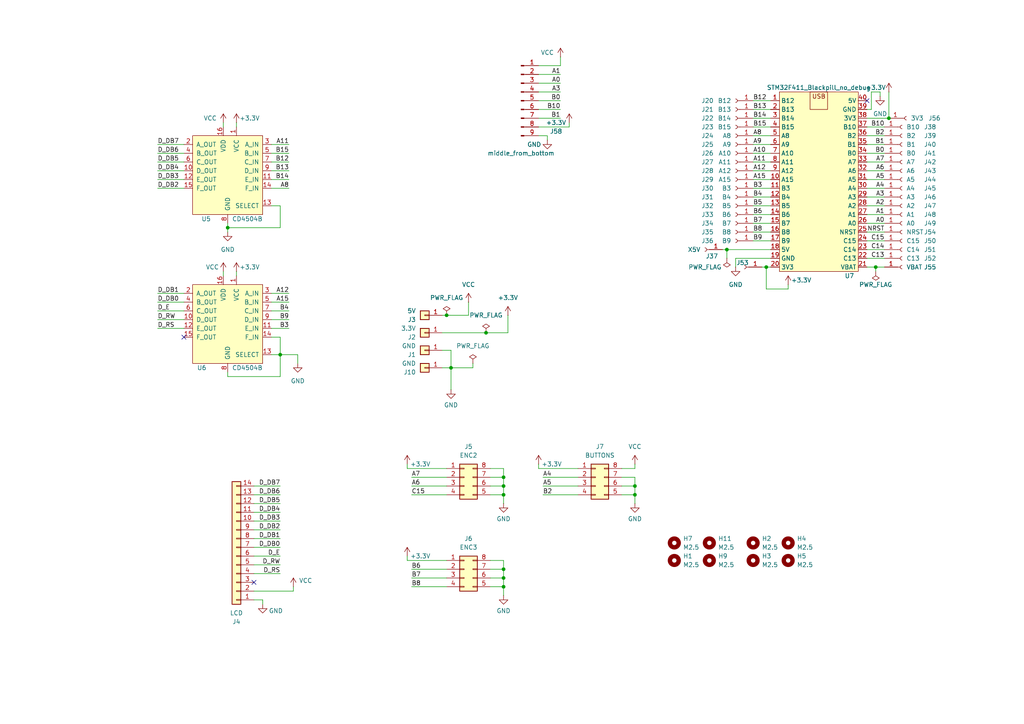
<source format=kicad_sch>
(kicad_sch (version 20231120) (generator "eeschema") (generator_version "8.0")
  (paper "A4")
  (lib_symbols
    (symbol "Connector:Conn_01x01_Socket" (pin_names (offset 1.016) hide)
      (property "Reference" "J" (at 0 2.54 0))
      (property "Value" "Conn_01x01_Socket" (at 0 -2.54 0))
      (symbol "Conn_01x01_Socket_1_1"
        (pin passive line (at -5.08 0 0) (length 3.81) (name "Pin_1") (number "1"))
      )
    )
    (symbol "Connector:Conn_01x09_Pin" (pin_names (offset 1.016) hide)
      (property "Reference" "J" (at 0 12.7 0))
      (property "Value" "Conn_01x09_Pin" (at 0 -12.7 0))
      (symbol "Conn_01x09_Pin_1_1"
        (pin passive line (at 5.08 10.16 180) (length 3.81) (name "Pin_1") (number "1"))
        (pin passive line (at 5.08 7.62 180) (length 3.81) (name "Pin_2") (number "2"))
        (pin passive line (at 5.08 5.08 180) (length 3.81) (name "Pin_3") (number "3"))
        (pin passive line (at 5.08 2.54 180) (length 3.81) (name "Pin_4") (number "4"))
        (pin passive line (at 5.08 0 180) (length 3.81) (name "Pin_5") (number "5"))
        (pin passive line (at 5.08 -2.54 180) (length 3.81) (name "Pin_6") (number "6"))
        (pin passive line (at 5.08 -5.08 180) (length 3.81) (name "Pin_7") (number "7"))
        (pin passive line (at 5.08 -7.62 180) (length 3.81) (name "Pin_8") (number "8"))
        (pin passive line (at 5.08 -10.16 180) (length 3.81) (name "Pin_9") (number "9"))
      )
    )
    (symbol "Connector_Generic:Conn_01x01" (pin_names (offset 1.016) hide)
      (property "Reference" "J" (at 0 2.54 0))
      (property "Value" "Conn_01x01" (at 0 -2.54 0))
      (symbol "Conn_01x01_1_1"
        (pin passive line (at -5.08 0 0) (length 3.81) (name "Pin_1") (number "1"))
      )
    )
    (symbol "Connector_Generic:Conn_01x14" (pin_names (offset 1.016) hide)
      (property "Reference" "J" (at 0 17.78 0))
      (property "Value" "Conn_01x14" (at 0 -20.32 0))
      (symbol "Conn_01x14_1_1"
        (pin passive line (at -5.08 15.24 0) (length 3.81) (name "Pin_1") (number "1"))
        (pin passive line (at -5.08 -7.62 0) (length 3.81) (name "Pin_10") (number "10"))
        (pin passive line (at -5.08 -10.16 0) (length 3.81) (name "Pin_11") (number "11"))
        (pin passive line (at -5.08 -12.7 0) (length 3.81) (name "Pin_12") (number "12"))
        (pin passive line (at -5.08 -15.24 0) (length 3.81) (name "Pin_13") (number "13"))
        (pin passive line (at -5.08 -17.78 0) (length 3.81) (name "Pin_14") (number "14"))
        (pin passive line (at -5.08 12.7 0) (length 3.81) (name "Pin_2") (number "2"))
        (pin passive line (at -5.08 10.16 0) (length 3.81) (name "Pin_3") (number "3"))
        (pin passive line (at -5.08 7.62 0) (length 3.81) (name "Pin_4") (number "4"))
        (pin passive line (at -5.08 5.08 0) (length 3.81) (name "Pin_5") (number "5"))
        (pin passive line (at -5.08 2.54 0) (length 3.81) (name "Pin_6") (number "6"))
        (pin passive line (at -5.08 0 0) (length 3.81) (name "Pin_7") (number "7"))
        (pin passive line (at -5.08 -2.54 0) (length 3.81) (name "Pin_8") (number "8"))
        (pin passive line (at -5.08 -5.08 0) (length 3.81) (name "Pin_9") (number "9"))
      )
    )
    (symbol "Connector_Generic:Conn_02x04_Counter_Clockwise" (pin_names (offset 1.016) hide)
      (property "Reference" "J" (at 1.27 5.08 0))
      (property "Value" "Conn_02x04_Counter_Clockwise" (at 1.27 -7.62 0))
      (symbol "Conn_02x04_Counter_Clockwise_1_1"
        (pin passive line (at -5.08 2.54 0) (length 3.81) (name "Pin_1") (number "1"))
        (pin passive line (at -5.08 0 0) (length 3.81) (name "Pin_2") (number "2"))
        (pin passive line (at -5.08 -2.54 0) (length 3.81) (name "Pin_3") (number "3"))
        (pin passive line (at -5.08 -5.08 0) (length 3.81) (name "Pin_4") (number "4"))
        (pin passive line (at 7.62 -5.08 180) (length 3.81) (name "Pin_5") (number "5"))
        (pin passive line (at 7.62 -2.54 180) (length 3.81) (name "Pin_6") (number "6"))
        (pin passive line (at 7.62 0 180) (length 3.81) (name "Pin_7") (number "7"))
        (pin passive line (at 7.62 2.54 180) (length 3.81) (name "Pin_8") (number "8"))
      )
    )
    (symbol "Mechanical:MountingHole" (pin_names (offset 1.016)) (exclude_from_sim yes) (in_bom no)
      (property "Reference" "H" (at 0 5.08 0))
      (property "Value" "MountingHole" (at 0 3.175 0))
    )
    (symbol "djm:CD4504B" (pin_names (offset 1.016))
      (property "Reference" "U" (at 3.81 11.43 0))
      (property "Value" "CD4504B" (at -6.35 -13.97 0))
      (symbol "CD4504B_1_1"
        (pin power_in line (at -2.54 12.7 270) (length 2.54) (name "VCC") (number "1"))
        (pin output line (at 12.7 0 180) (length 2.54) (name "D_OUT") (number "10"))
        (pin input line (at -12.7 -2.54 0) (length 2.54) (name "E_IN") (number "11"))
        (pin output line (at 12.7 -2.54 180) (length 2.54) (name "E_OUT") (number "12"))
        (pin input line (at -12.7 -10.16 0) (length 2.54) (name "SELECT") (number "13"))
        (pin input line (at -12.7 -5.08 0) (length 2.54) (name "F_IN") (number "14"))
        (pin output line (at 12.7 -5.08 180) (length 2.54) (name "F_OUT") (number "15"))
        (pin power_in line (at 1.27 12.7 270) (length 2.54) (name "VDD") (number "16"))
        (pin output line (at 12.7 7.62 180) (length 2.54) (name "A_OUT") (number "2"))
        (pin input line (at -12.7 7.62 0) (length 2.54) (name "A_IN") (number "3"))
        (pin output line (at 12.7 5.08 180) (length 2.54) (name "B_OUT") (number "4"))
        (pin input line (at -12.7 5.08 0) (length 2.54) (name "B_IN") (number "5"))
        (pin output line (at 12.7 2.54 180) (length 2.54) (name "C_OUT") (number "6"))
        (pin input line (at -12.7 2.54 0) (length 2.54) (name "C_IN") (number "7"))
        (pin power_in line (at 0 -15.24 90) (length 2.54) (name "GND") (number "8"))
        (pin input line (at -12.7 0 0) (length 2.54) (name "D_IN") (number "9"))
      )
    )
    (symbol "djm:STM32F411_Blackpill_no_debug"
      (property "Reference" "U" (at 0 26.67 0))
      (property "Value" "STM32F411_Blackpill" (at 0 53.34 0))
      (symbol "STM32F411_Blackpill_no_debug_0_0"
        (text "USB" (at 0 50.8 0) (effects (font (size 1.27 1.27))))
      )
      (symbol "STM32F411_Blackpill_no_debug_1_1"
        (pin passive line (at -13.97 49.53 0) (length 2.54) (name "B12") (number "1"))
        (pin passive line (at -13.97 26.67 0) (length 2.54) (name "A15") (number "10"))
        (pin passive line (at -13.97 24.13 0) (length 2.54) (name "B3") (number "11"))
        (pin passive line (at -13.97 21.59 0) (length 2.54) (name "B4") (number "12"))
        (pin passive line (at -13.97 19.05 0) (length 2.54) (name "B5") (number "13"))
        (pin passive line (at -13.97 16.51 0) (length 2.54) (name "B6") (number "14"))
        (pin passive line (at -13.97 13.97 0) (length 2.54) (name "B7") (number "15"))
        (pin passive line (at -13.97 11.43 0) (length 2.54) (name "B8") (number "16"))
        (pin passive line (at -13.97 8.89 0) (length 2.54) (name "B9") (number "17"))
        (pin power_in line (at -13.97 6.35 0) (length 2.54) (name "5V") (number "18"))
        (pin power_in line (at -13.97 3.81 0) (length 2.54) (name "GND") (number "19"))
        (pin passive line (at -13.97 46.99 0) (length 2.54) (name "B13") (number "2"))
        (pin power_in line (at -13.97 1.27 0) (length 2.54) (name "3V3") (number "20"))
        (pin power_in line (at 13.97 1.27 180) (length 2.54) (name "VBAT") (number "21"))
        (pin passive line (at 13.97 3.81 180) (length 2.54) (name "C13") (number "22"))
        (pin passive line (at 13.97 6.35 180) (length 2.54) (name "C14") (number "23"))
        (pin passive line (at 13.97 8.89 180) (length 2.54) (name "C15") (number "24"))
        (pin passive line (at 13.97 11.43 180) (length 2.54) (name "NRST") (number "25"))
        (pin passive line (at 13.97 13.97 180) (length 2.54) (name "A0") (number "26"))
        (pin passive line (at 13.97 16.51 180) (length 2.54) (name "A1") (number "27"))
        (pin passive line (at 13.97 19.05 180) (length 2.54) (name "A2") (number "28"))
        (pin passive line (at 13.97 21.59 180) (length 2.54) (name "A3") (number "29"))
        (pin passive line (at -13.97 44.45 0) (length 2.54) (name "B14") (number "3"))
        (pin passive line (at 13.97 24.13 180) (length 2.54) (name "A4") (number "30"))
        (pin passive line (at 13.97 26.67 180) (length 2.54) (name "A5") (number "31"))
        (pin passive line (at 13.97 29.21 180) (length 2.54) (name "A6") (number "32"))
        (pin passive line (at 13.97 31.75 180) (length 2.54) (name "A7") (number "33"))
        (pin passive line (at 13.97 34.29 180) (length 2.54) (name "B0") (number "34"))
        (pin passive line (at 13.97 36.83 180) (length 2.54) (name "B1") (number "35"))
        (pin passive line (at 13.97 39.37 180) (length 2.54) (name "B2") (number "36"))
        (pin passive line (at 13.97 41.91 180) (length 2.54) (name "B10") (number "37"))
        (pin power_in line (at 13.97 44.45 180) (length 2.54) (name "3V3") (number "38"))
        (pin power_in line (at 13.97 46.99 180) (length 2.54) (name "GND") (number "39"))
        (pin passive line (at -13.97 41.91 0) (length 2.54) (name "B15") (number "4"))
        (pin power_in line (at 13.97 49.53 180) (length 2.54) (name "5V") (number "40"))
        (pin passive line (at -13.97 39.37 0) (length 2.54) (name "A8") (number "5"))
        (pin passive line (at -13.97 36.83 0) (length 2.54) (name "A9") (number "6"))
        (pin passive line (at -13.97 34.29 0) (length 2.54) (name "A10") (number "7"))
        (pin passive line (at -13.97 31.75 0) (length 2.54) (name "A11") (number "8"))
        (pin passive line (at -13.97 29.21 0) (length 2.54) (name "A12") (number "9"))
      )
    )
    (symbol "power:+3.3V" (power) (pin_numbers hide) (pin_names (offset 0) hide)
      (property "Value" "+3.3V" (at 0 3.556 0))
      (symbol "+3.3V_1_1"
        (pin power_in line (at 0 0 90) (length 0) (name "~") (number "1"))
      )
    )
    (symbol "power:GND" (power) (pin_numbers hide) (pin_names (offset 0) hide)
      (property "Value" "GND" (at 0 -3.81 0))
      (symbol "GND_1_1"
        (pin power_in line (at 0 0 270) (length 0) (name "~") (number "1"))
      )
    )
    (symbol "power:PWR_FLAG" (power) (pin_numbers hide) (pin_names (offset 0) hide)
      (property "Value" "PWR_FLAG" (at 0 3.81 0))
      (symbol "PWR_FLAG_0_0"
        (pin power_out line (at 0 0 90) (length 0) (name "~") (number "1"))
      )
    )
    (symbol "power:VCC" (power) (pin_numbers hide) (pin_names (offset 0) hide)
      (property "Value" "VCC" (at 0 3.556 0))
      (symbol "VCC_1_1"
        (pin power_in line (at 0 0 90) (length 0) (name "~") (number "1"))
      )
    )
  )
  (junction (at 210.82 72.39))
  (junction (at 66.04 66.04))
  (junction (at 146.05 165.1))
  (junction (at 140.97 96.52))
  (junction (at 130.81 106.68))
  (junction (at 146.05 140.97))
  (junction (at 146.05 167.64))
  (junction (at 146.05 138.43))
  (junction (at 129.54 91.44))
  (junction (at 81.28 102.87))
  (junction (at 146.05 170.18))
  (junction (at 146.05 143.51))
  (junction (at 257.81 34.29))
  (junction (at 254 77.47))
  (junction (at 184.15 140.97))
  (junction (at 222.25 77.47))
  (junction (at 184.15 143.51))
  (no_connect (at 53.34 97.79))
  (no_connect (at 73.66 168.91))
  (no_connect (at 251.46 29.21))
  (wire (pts (xy 73.66 163.83) (xy 81.28 163.83)))
  (wire (pts (xy 251.46 41.91) (xy 256.54 41.91)))
  (wire (pts (xy 251.46 57.15) (xy 256.54 57.15)))
  (wire (pts (xy 147.32 96.52) (xy 147.32 91.44)))
  (wire (pts (xy 218.44 34.29) (xy 223.52 34.29)))
  (wire (pts (xy 128.27 106.68) (xy 130.81 106.68)))
  (wire (pts (xy 78.74 102.87) (xy 81.28 102.87)))
  (wire (pts (xy 119.38 143.51) (xy 129.54 143.51)))
  (wire (pts (xy 66.04 109.22) (xy 81.28 109.22)))
  (wire (pts (xy 68.58 35.56) (xy 68.58 36.83)))
  (wire (pts (xy 119.38 140.97) (xy 129.54 140.97)))
  (wire (pts (xy 119.38 165.1) (xy 129.54 165.1)))
  (wire (pts (xy 251.46 36.83) (xy 256.54 36.83)))
  (wire (pts (xy 146.05 135.89) (xy 146.05 138.43)))
  (wire (pts (xy 142.24 165.1) (xy 146.05 165.1)))
  (wire (pts (xy 218.44 46.99) (xy 223.52 46.99)))
  (wire (pts (xy 78.74 92.71) (xy 83.82 92.71)))
  (wire (pts (xy 210.82 72.39) (xy 223.52 72.39)))
  (wire (pts (xy 218.44 54.61) (xy 223.52 54.61)))
  (wire (pts (xy 78.74 87.63) (xy 83.82 87.63)))
  (wire (pts (xy 45.72 49.53) (xy 53.34 49.53)))
  (wire (pts (xy 251.46 69.85) (xy 256.54 69.85)))
  (wire (pts (xy 73.66 143.51) (xy 81.28 143.51)))
  (wire (pts (xy 66.04 66.04) (xy 66.04 67.31)))
  (wire (pts (xy 118.11 134.62) (xy 118.11 135.89)))
  (wire (pts (xy 81.28 97.79) (xy 81.28 102.87)))
  (wire (pts (xy 158.75 40.64) (xy 158.75 39.37)))
  (wire (pts (xy 45.72 85.09) (xy 53.34 85.09)))
  (wire (pts (xy 81.28 59.69) (xy 78.74 59.69)))
  (wire (pts (xy 45.72 92.71) (xy 53.34 92.71)))
  (wire (pts (xy 142.24 162.56) (xy 146.05 162.56)))
  (wire (pts (xy 218.44 57.15) (xy 223.52 57.15)))
  (wire (pts (xy 128.27 91.44) (xy 129.54 91.44)))
  (wire (pts (xy 218.44 64.77) (xy 223.52 64.77)))
  (wire (pts (xy 137.16 106.68) (xy 130.81 106.68)))
  (wire (pts (xy 64.77 78.74) (xy 64.77 80.01)))
  (wire (pts (xy 128.27 101.6) (xy 130.81 101.6)))
  (wire (pts (xy 73.66 173.99) (xy 76.2 173.99)))
  (wire (pts (xy 157.48 143.51) (xy 167.64 143.51)))
  (wire (pts (xy 218.44 44.45) (xy 223.52 44.45)))
  (wire (pts (xy 254 77.47) (xy 256.54 77.47)))
  (wire (pts (xy 118.11 135.89) (xy 129.54 135.89)))
  (wire (pts (xy 165.1 36.83) (xy 165.1 35.56)))
  (wire (pts (xy 220.98 77.47) (xy 222.25 77.47)))
  (wire (pts (xy 142.24 143.51) (xy 146.05 143.51)))
  (wire (pts (xy 156.21 24.13) (xy 162.56 24.13)))
  (wire (pts (xy 252.73 31.75) (xy 252.73 26.67)))
  (wire (pts (xy 162.56 19.05) (xy 162.56 16.51)))
  (wire (pts (xy 156.21 19.05) (xy 162.56 19.05)))
  (wire (pts (xy 146.05 143.51) (xy 146.05 146.05)))
  (wire (pts (xy 45.72 41.91) (xy 53.34 41.91)))
  (wire (pts (xy 130.81 106.68) (xy 130.81 113.03)))
  (wire (pts (xy 81.28 102.87) (xy 81.28 109.22)))
  (wire (pts (xy 135.89 91.44) (xy 135.89 87.63)))
  (wire (pts (xy 142.24 140.97) (xy 146.05 140.97)))
  (wire (pts (xy 156.21 26.67) (xy 162.56 26.67)))
  (wire (pts (xy 81.28 166.37) (xy 73.66 166.37)))
  (wire (pts (xy 45.72 44.45) (xy 53.34 44.45)))
  (wire (pts (xy 76.2 173.99) (xy 76.2 175.26)))
  (wire (pts (xy 45.72 95.25) (xy 53.34 95.25)))
  (wire (pts (xy 213.36 74.93) (xy 213.36 77.47)))
  (wire (pts (xy 73.66 153.67) (xy 81.28 153.67)))
  (wire (pts (xy 251.46 72.39) (xy 256.54 72.39)))
  (wire (pts (xy 83.82 46.99) (xy 78.74 46.99)))
  (wire (pts (xy 137.16 105.41) (xy 137.16 106.68)))
  (wire (pts (xy 218.44 29.21) (xy 223.52 29.21)))
  (wire (pts (xy 83.82 44.45) (xy 78.74 44.45)))
  (wire (pts (xy 118.11 161.29) (xy 118.11 162.56)))
  (wire (pts (xy 251.46 44.45) (xy 256.54 44.45)))
  (wire (pts (xy 251.46 49.53) (xy 256.54 49.53)))
  (wire (pts (xy 118.11 162.56) (xy 129.54 162.56)))
  (wire (pts (xy 180.34 138.43) (xy 184.15 138.43)))
  (wire (pts (xy 73.66 151.13) (xy 81.28 151.13)))
  (wire (pts (xy 257.81 26.67) (xy 257.81 34.29)))
  (wire (pts (xy 142.24 170.18) (xy 146.05 170.18)))
  (wire (pts (xy 251.46 31.75) (xy 252.73 31.75)))
  (wire (pts (xy 184.15 140.97) (xy 184.15 143.51)))
  (wire (pts (xy 209.55 72.39) (xy 210.82 72.39)))
  (wire (pts (xy 73.66 161.29) (xy 81.28 161.29)))
  (wire (pts (xy 156.21 135.89) (xy 167.64 135.89)))
  (wire (pts (xy 73.66 158.75) (xy 81.28 158.75)))
  (wire (pts (xy 218.44 36.83) (xy 223.52 36.83)))
  (wire (pts (xy 64.77 35.56) (xy 64.77 36.83)))
  (wire (pts (xy 254 77.47) (xy 254 78.74)))
  (wire (pts (xy 252.73 26.67) (xy 255.27 26.67)))
  (wire (pts (xy 251.46 52.07) (xy 256.54 52.07)))
  (wire (pts (xy 156.21 134.62) (xy 156.21 135.89)))
  (wire (pts (xy 156.21 29.21) (xy 162.56 29.21)))
  (wire (pts (xy 78.74 90.17) (xy 83.82 90.17)))
  (wire (pts (xy 228.6 83.82) (xy 228.6 82.55)))
  (wire (pts (xy 218.44 41.91) (xy 223.52 41.91)))
  (wire (pts (xy 157.48 138.43) (xy 167.64 138.43)))
  (wire (pts (xy 130.81 101.6) (xy 130.81 106.68)))
  (wire (pts (xy 222.25 77.47) (xy 223.52 77.47)))
  (wire (pts (xy 86.36 102.87) (xy 86.36 105.41)))
  (wire (pts (xy 81.28 66.04) (xy 81.28 59.69)))
  (wire (pts (xy 218.44 67.31) (xy 223.52 67.31)))
  (wire (pts (xy 146.05 167.64) (xy 146.05 170.18)))
  (wire (pts (xy 142.24 167.64) (xy 146.05 167.64)))
  (wire (pts (xy 146.05 165.1) (xy 146.05 167.64)))
  (wire (pts (xy 66.04 107.95) (xy 66.04 109.22)))
  (wire (pts (xy 251.46 77.47) (xy 254 77.47)))
  (wire (pts (xy 218.44 39.37) (xy 223.52 39.37)))
  (wire (pts (xy 251.46 62.23) (xy 256.54 62.23)))
  (wire (pts (xy 146.05 162.56) (xy 146.05 165.1)))
  (wire (pts (xy 156.21 31.75) (xy 162.56 31.75)))
  (wire (pts (xy 45.72 90.17) (xy 53.34 90.17)))
  (wire (pts (xy 142.24 135.89) (xy 146.05 135.89)))
  (wire (pts (xy 251.46 74.93) (xy 256.54 74.93)))
  (wire (pts (xy 218.44 52.07) (xy 223.52 52.07)))
  (wire (pts (xy 78.74 85.09) (xy 83.82 85.09)))
  (wire (pts (xy 184.15 138.43) (xy 184.15 140.97)))
  (wire (pts (xy 73.66 140.97) (xy 81.28 140.97)))
  (wire (pts (xy 218.44 49.53) (xy 223.52 49.53)))
  (wire (pts (xy 218.44 59.69) (xy 223.52 59.69)))
  (wire (pts (xy 119.38 170.18) (xy 129.54 170.18)))
  (wire (pts (xy 45.72 87.63) (xy 53.34 87.63)))
  (wire (pts (xy 146.05 140.97) (xy 146.05 143.51)))
  (wire (pts (xy 140.97 96.52) (xy 147.32 96.52)))
  (wire (pts (xy 45.72 52.07) (xy 53.34 52.07)))
  (wire (pts (xy 83.82 41.91) (xy 78.74 41.91)))
  (wire (pts (xy 218.44 69.85) (xy 223.52 69.85)))
  (wire (pts (xy 73.66 146.05) (xy 81.28 146.05)))
  (wire (pts (xy 45.72 54.61) (xy 53.34 54.61)))
  (wire (pts (xy 78.74 54.61) (xy 83.82 54.61)))
  (wire (pts (xy 45.72 46.99) (xy 53.34 46.99)))
  (wire (pts (xy 66.04 66.04) (xy 81.28 66.04)))
  (wire (pts (xy 184.15 143.51) (xy 184.15 146.05)))
  (wire (pts (xy 158.75 39.37) (xy 156.21 39.37)))
  (wire (pts (xy 73.66 148.59) (xy 81.28 148.59)))
  (wire (pts (xy 251.46 64.77) (xy 256.54 64.77)))
  (wire (pts (xy 85.09 170.18) (xy 85.09 171.45)))
  (wire (pts (xy 119.38 167.64) (xy 129.54 167.64)))
  (wire (pts (xy 184.15 135.89) (xy 184.15 134.62)))
  (wire (pts (xy 129.54 91.44) (xy 135.89 91.44)))
  (wire (pts (xy 73.66 156.21) (xy 81.28 156.21)))
  (wire (pts (xy 78.74 52.07) (xy 83.82 52.07)))
  (wire (pts (xy 73.66 171.45) (xy 85.09 171.45)))
  (wire (pts (xy 222.25 83.82) (xy 228.6 83.82)))
  (wire (pts (xy 78.74 97.79) (xy 81.28 97.79)))
  (wire (pts (xy 86.36 102.87) (xy 81.28 102.87)))
  (wire (pts (xy 218.44 62.23) (xy 223.52 62.23)))
  (wire (pts (xy 251.46 39.37) (xy 256.54 39.37)))
  (wire (pts (xy 146.05 138.43) (xy 146.05 140.97)))
  (wire (pts (xy 180.34 140.97) (xy 184.15 140.97)))
  (wire (pts (xy 251.46 46.99) (xy 256.54 46.99)))
  (wire (pts (xy 156.21 36.83) (xy 165.1 36.83)))
  (wire (pts (xy 66.04 64.77) (xy 66.04 66.04)))
  (wire (pts (xy 210.82 74.93) (xy 210.82 72.39)))
  (wire (pts (xy 180.34 135.89) (xy 184.15 135.89)))
  (wire (pts (xy 213.36 74.93) (xy 223.52 74.93)))
  (wire (pts (xy 218.44 31.75) (xy 223.52 31.75)))
  (wire (pts (xy 119.38 138.43) (xy 129.54 138.43)))
  (wire (pts (xy 142.24 138.43) (xy 146.05 138.43)))
  (wire (pts (xy 78.74 49.53) (xy 83.82 49.53)))
  (wire (pts (xy 157.48 140.97) (xy 167.64 140.97)))
  (wire (pts (xy 251.46 54.61) (xy 256.54 54.61)))
  (wire (pts (xy 156.21 34.29) (xy 162.56 34.29)))
  (wire (pts (xy 222.25 77.47) (xy 222.25 83.82)))
  (wire (pts (xy 128.27 96.52) (xy 140.97 96.52)))
  (wire (pts (xy 251.46 67.31) (xy 256.54 67.31)))
  (wire (pts (xy 156.21 21.59) (xy 162.56 21.59)))
  (wire (pts (xy 251.46 59.69) (xy 256.54 59.69)))
  (wire (pts (xy 78.74 95.25) (xy 83.82 95.25)))
  (wire (pts (xy 180.34 143.51) (xy 184.15 143.51)))
  (wire (pts (xy 146.05 170.18) (xy 146.05 172.72)))
  (wire (pts (xy 251.46 34.29) (xy 257.81 34.29)))
  (wire (pts (xy 255.27 26.67) (xy 255.27 27.94)))
  (wire (pts (xy 68.58 78.74) (xy 68.58 80.01)))
  (label "B9" (at 218.44 69.85 0))
  (label "D_DB4" (at 45.72 49.53 0))
  (label "B10" (at 256.54 36.83 180))
  (label "D_DB2" (at 81.28 153.67 180))
  (label "C14" (at 256.54 72.39 180))
  (label "D_RW" (at 45.72 92.71 0))
  (label "B1" (at 256.54 41.91 180))
  (label "B2" (at 256.54 39.37 180))
  (label "B10" (at 162.56 31.75 180))
  (label "A5" (at 256.54 52.07 180))
  (label "D_RS" (at 45.72 95.25 0))
  (label "B0" (at 162.56 29.21 180))
  (label "A7" (at 256.54 46.99 180))
  (label "A10" (at 218.44 44.45 0))
  (label "C15" (at 256.54 69.85 180))
  (label "D_DB3" (at 45.72 52.07 0))
  (label "A1" (at 256.54 62.23 180))
  (label "A15" (at 218.44 52.07 0))
  (label "A8" (at 218.44 39.37 0))
  (label "B5" (at 218.44 59.69 0))
  (label "A3" (at 162.56 26.67 180))
  (label "A15" (at 83.82 87.63 180))
  (label "A2" (at 256.54 59.69 180))
  (label "A3" (at 256.54 57.15 180))
  (label "B1" (at 162.56 34.29 180))
  (label "A4" (at 256.54 54.61 180))
  (label "A12" (at 83.82 85.09 180))
  (label "D_DB1" (at 45.72 85.09 0))
  (label "A8" (at 83.82 54.61 180))
  (label "D_RS" (at 81.28 166.37 180))
  (label "B4" (at 83.82 90.17 180))
  (label "B8" (at 119.38 170.18 0))
  (label "A6" (at 256.54 49.53 180))
  (label "B8" (at 218.44 67.31 0))
  (label "C15" (at 119.38 143.51 0))
  (label "D_RW" (at 81.28 163.83 180))
  (label "B14" (at 218.44 34.29 0))
  (label "A11" (at 218.44 46.99 0))
  (label "A4" (at 157.48 138.43 0))
  (label "D_DB6" (at 45.72 44.45 0))
  (label "B3" (at 218.44 54.61 0))
  (label "D_DB0" (at 81.28 158.75 180))
  (label "A7" (at 119.38 138.43 0))
  (label "B3" (at 83.82 95.25 180))
  (label "C13" (at 256.54 74.93 180))
  (label "D_DB4" (at 81.28 148.59 180))
  (label "B6" (at 218.44 62.23 0))
  (label "B15" (at 83.82 44.45 180))
  (label "B9" (at 83.82 92.71 180))
  (label "D_DB2" (at 45.72 54.61 0))
  (label "D_E" (at 45.72 90.17 0))
  (label "D_DB1" (at 81.28 156.21 180))
  (label "B14" (at 83.82 52.07 180))
  (label "D_DB3" (at 81.28 151.13 180))
  (label "B15" (at 218.44 36.83 0))
  (label "A6" (at 119.38 140.97 0))
  (label "A0" (at 256.54 64.77 180))
  (label "D_E" (at 81.28 161.29 180))
  (label "B7" (at 218.44 64.77 0))
  (label "B0" (at 256.54 44.45 180))
  (label "B4" (at 218.44 57.15 0))
  (label "B6" (at 119.38 165.1 0))
  (label "A1" (at 162.56 21.59 180))
  (label "D_DB5" (at 45.72 46.99 0))
  (label "B2" (at 157.48 143.51 0))
  (label "B13" (at 83.82 49.53 180))
  (label "A5" (at 157.48 140.97 0))
  (label "A0" (at 162.56 24.13 180))
  (label "D_DB7" (at 45.72 41.91 0))
  (label "B12" (at 218.44 29.21 0))
  (label "D_DB0" (at 45.72 87.63 0))
  (label "D_DB5" (at 81.28 146.05 180))
  (label "B13" (at 218.44 31.75 0))
  (label "A12" (at 218.44 49.53 0))
  (label "D_DB7" (at 81.28 140.97 180))
  (label "NRST" (at 256.54 67.31 180))
  (label "D_DB6" (at 81.28 143.51 180))
  (label "B12" (at 83.82 46.99 180))
  (label "B7" (at 119.38 167.64 0))
  (label "A11" (at 83.82 41.91 180))
  (label "A9" (at 218.44 41.91 0))
  (symbol (lib_id "power:PWR_FLAG") (at 254 78.74 180) (unit 1)
    (property "Reference" "#FLG0103" (effects (hide yes)))
    (property "Value" "PWR_FLAG" (at 254 82.55 0))
    (property "Description" "Special symbol for telling ERC where power comes from" (effects (hide yes)))
  )
  (symbol (lib_id "Connector:Conn_01x01_Socket") (at 213.36 62.23 0) (mirror y) (unit 1)
    (property "Reference" "J33" (at 207.01 62.23 0) (effects (justify left)))
    (property "Value" "B6" (at 212.09 62.23 0) (effects (justify left)))
    (property "Footprint" "TestPoint:TestPoint_THTPad_D1.5mm_Drill0.7mm" (effects (hide yes)))
    (property "Description" "Generic connector, single row, 01x01, script generated" (effects (hide yes)))
  )
  (symbol (lib_id "Mechanical:MountingHole") (at 205.74 162.56 0) (unit 1)
    (property "Reference" "H9" (at 208.28 161.2899 0) (effects (justify left)))
    (property "Value" "M2.5" (at 208.28 163.8299 0) (effects (justify left)))
    (property "Footprint" "MountingHole:MountingHole_2.7mm_M2.5" (effects (hide yes)))
    (property "Description" "Mounting Hole without connection" (effects (hide yes)))
  )
  (symbol (lib_id "power:PWR_FLAG") (at 137.16 105.41 0) (unit 1)
    (property "Reference" "#FLG03" (effects (hide yes)))
    (property "Value" "PWR_FLAG" (at 137.16 100.33 0))
    (property "Description" "Special symbol for telling ERC where power comes from" (effects (hide yes)))
  )
  (symbol (lib_id "Connector:Conn_01x01_Socket") (at 215.9 77.47 0) (mirror y) (unit 1)
    (property "Reference" "J53" (at 217.17 76.2 0) (effects (justify left)))
    (property "Value" "3V3" (effects (hide yes)))
    (property "Footprint" "TestPoint:TestPoint_THTPad_D1.5mm_Drill0.7mm" (effects (hide yes)))
    (property "Description" "Generic connector, single row, 01x01, script generated" (effects (hide yes)))
  )
  (symbol (lib_id "Connector:Conn_01x01_Socket") (at 261.62 77.47 0) (unit 1)
    (property "Reference" "J55" (at 267.97 77.47 0) (effects (justify left)))
    (property "Value" "VBAT" (at 262.89 77.47 0) (effects (justify left)))
    (property "Footprint" "TestPoint:TestPoint_THTPad_D1.5mm_Drill0.7mm" (effects (hide yes)))
    (property "Description" "Generic connector, single row, 01x01, script generated" (effects (hide yes)))
  )
  (symbol (lib_id "Connector:Conn_01x01_Socket") (at 261.62 49.53 0) (unit 1)
    (property "Reference" "J43" (at 267.97 49.53 0) (effects (justify left)))
    (property "Value" "A6" (at 262.89 49.53 0) (effects (justify left)))
    (property "Footprint" "TestPoint:TestPoint_THTPad_D1.5mm_Drill0.7mm" (effects (hide yes)))
    (property "Description" "Generic connector, single row, 01x01, script generated" (effects (hide yes)))
  )
  (symbol (lib_id "Connector:Conn_01x01_Socket") (at 213.36 46.99 0) (mirror y) (unit 1)
    (property "Reference" "J27" (at 207.01 46.99 0) (effects (justify left)))
    (property "Value" "A11" (at 212.09 46.99 0) (effects (justify left)))
    (property "Footprint" "TestPoint:TestPoint_THTPad_D1.5mm_Drill0.7mm" (effects (hide yes)))
    (property "Description" "Generic connector, single row, 01x01, script generated" (effects (hide yes)))
  )
  (symbol (lib_id "power:VCC") (at 64.77 78.74 0) (unit 1)
    (property "Reference" "#PWR027" (effects (hide yes)))
    (property "Value" "VCC" (at 61.595 77.47 0))
    (property "Description" "Power symbol creates a global label with name \"VCC\"" (effects (hide yes)))
  )
  (symbol (lib_id "Connector:Conn_01x01_Socket") (at 213.36 36.83 0) (mirror y) (unit 1)
    (property "Reference" "J23" (at 207.01 36.83 0) (effects (justify left)))
    (property "Value" "B15" (at 212.09 36.83 0) (effects (justify left)))
    (property "Footprint" "TestPoint:TestPoint_THTPad_D1.5mm_Drill0.7mm" (effects (hide yes)))
    (property "Description" "Generic connector, single row, 01x01, script generated" (effects (hide yes)))
  )
  (symbol (lib_id "Mechanical:MountingHole") (at 195.58 162.56 0) (unit 1)
    (property "Reference" "H1" (at 198.12 161.2899 0) (effects (justify left)))
    (property "Value" "M2.5" (at 198.12 163.8299 0) (effects (justify left)))
    (property "Footprint" "MountingHole:MountingHole_2.7mm_M2.5" (effects (hide yes)))
    (property "Description" "Mounting Hole without connection" (effects (hide yes)))
  )
  (symbol (lib_id "power:+3.3V") (at 165.1 35.56 0) (mirror y) (unit 1)
    (property "Reference" "#PWR055" (effects (hide yes)))
    (property "Value" "+3.3V" (at 161.29 35.56 0))
    (property "Description" "Power symbol creates a global label with name \"+3.3V\"" (effects (hide yes)))
  )
  (symbol (lib_id "power:GND") (at 76.2 175.26 0) (unit 1)
    (property "Reference" "#PWR04" (effects (hide yes)))
    (property "Value" "GND" (at 80.01 177.165 0))
    (property "Description" "Power symbol creates a global label with name \"GND\" , ground" (effects (hide yes)))
  )
  (symbol (lib_id "Connector_Generic:Conn_01x01") (at 123.19 101.6 0) (mirror y) (unit 1)
    (property "Reference" "J1" (at 120.65 102.87 0) (effects (justify left)))
    (property "Value" "GND" (at 120.65 100.33 0) (effects (justify left)))
    (property "Footprint" "TestPoint:TestPoint_THTPad_D1.5mm_Drill0.7mm" (effects (hide yes)))
    (property "Description" "Generic connector, single row, 01x01, script generated (kicad-library-utils/schlib/autogen/connector/)" (effects (hide yes)))
  )
  (symbol (lib_id "Mechanical:MountingHole") (at 218.44 162.56 0) (unit 1)
    (property "Reference" "H3" (at 220.98 161.2899 0) (effects (justify left)))
    (property "Value" "M2.5" (at 220.98 163.8299 0) (effects (justify left)))
    (property "Footprint" "MountingHole:MountingHole_2.7mm_M2.5" (effects (hide yes)))
    (property "Description" "Mounting Hole without connection" (effects (hide yes)))
  )
  (symbol (lib_id "Connector:Conn_01x01_Socket") (at 261.62 41.91 0) (unit 1)
    (property "Reference" "J40" (at 267.97 41.91 0) (effects (justify left)))
    (property "Value" "B1" (at 262.89 41.91 0) (effects (justify left)))
    (property "Footprint" "TestPoint:TestPoint_THTPad_D1.5mm_Drill0.7mm" (effects (hide yes)))
    (property "Description" "Generic connector, single row, 01x01, script generated" (effects (hide yes)))
  )
  (symbol (lib_id "Mechanical:MountingHole") (at 205.74 157.48 0) (unit 1)
    (property "Reference" "H11" (at 208.28 156.2099 0) (effects (justify left)))
    (property "Value" "M2.5" (at 208.28 158.7499 0) (effects (justify left)))
    (property "Footprint" "MountingHole:MountingHole_2.7mm_M2.5" (effects (hide yes)))
    (property "Description" "Mounting Hole without connection" (effects (hide yes)))
  )
  (symbol (lib_id "Connector:Conn_01x01_Socket") (at 213.36 41.91 0) (mirror y) (unit 1)
    (property "Reference" "J25" (at 207.01 41.91 0) (effects (justify left)))
    (property "Value" "A9" (at 212.09 41.91 0) (effects (justify left)))
    (property "Footprint" "TestPoint:TestPoint_THTPad_D1.5mm_Drill0.7mm" (effects (hide yes)))
    (property "Description" "Generic connector, single row, 01x01, script generated" (effects (hide yes)))
  )
  (symbol (lib_id "Connector:Conn_01x01_Socket") (at 261.62 57.15 0) (unit 1)
    (property "Reference" "J46" (at 267.97 57.15 0) (effects (justify left)))
    (property "Value" "A3" (at 262.89 57.15 0) (effects (justify left)))
    (property "Footprint" "TestPoint:TestPoint_THTPad_D1.5mm_Drill0.7mm" (effects (hide yes)))
    (property "Description" "Generic connector, single row, 01x01, script generated" (effects (hide yes)))
  )
  (symbol (lib_id "Connector:Conn_01x01_Socket") (at 261.62 39.37 0) (unit 1)
    (property "Reference" "J39" (at 267.97 39.37 0) (effects (justify left)))
    (property "Value" "B2" (at 262.89 39.37 0) (effects (justify left)))
    (property "Footprint" "TestPoint:TestPoint_THTPad_D1.5mm_Drill0.7mm" (effects (hide yes)))
    (property "Description" "Generic connector, single row, 01x01, script generated" (effects (hide yes)))
  )
  (symbol (lib_id "Connector:Conn_01x01_Socket") (at 213.36 34.29 0) (mirror y) (unit 1)
    (property "Reference" "J22" (at 207.01 34.29 0) (effects (justify left)))
    (property "Value" "B14" (at 212.09 34.29 0) (effects (justify left)))
    (property "Footprint" "TestPoint:TestPoint_THTPad_D1.5mm_Drill0.7mm" (effects (hide yes)))
    (property "Description" "Generic connector, single row, 01x01, script generated" (effects (hide yes)))
  )
  (symbol (lib_id "Connector:Conn_01x01_Socket") (at 213.36 52.07 0) (mirror y) (unit 1)
    (property "Reference" "J29" (at 207.01 52.07 0) (effects (justify left)))
    (property "Value" "A15" (at 212.09 52.07 0) (effects (justify left)))
    (property "Footprint" "TestPoint:TestPoint_THTPad_D1.5mm_Drill0.7mm" (effects (hide yes)))
    (property "Description" "Generic connector, single row, 01x01, script generated" (effects (hide yes)))
  )
  (symbol (lib_id "Connector_Generic:Conn_01x01") (at 123.19 96.52 0) (mirror y) (unit 1)
    (property "Reference" "J2" (at 120.65 97.79 0) (effects (justify left)))
    (property "Value" "3.3V" (at 120.65 95.25 0) (effects (justify left)))
    (property "Footprint" "TestPoint:TestPoint_THTPad_D1.5mm_Drill0.7mm" (effects (hide yes)))
    (property "Description" "Generic connector, single row, 01x01, script generated (kicad-library-utils/schlib/autogen/connector/)" (effects (hide yes)))
  )
  (symbol (lib_id "Connector:Conn_01x01_Socket") (at 213.36 31.75 0) (mirror y) (unit 1)
    (property "Reference" "J21" (at 207.01 31.75 0) (effects (justify left)))
    (property "Value" "B13" (at 212.09 31.75 0) (effects (justify left)))
    (property "Footprint" "TestPoint:TestPoint_THTPad_D1.5mm_Drill0.7mm" (effects (hide yes)))
    (property "Description" "Generic connector, single row, 01x01, script generated" (effects (hide yes)))
  )
  (symbol (lib_id "Mechanical:MountingHole") (at 218.44 157.48 0) (unit 1)
    (property "Reference" "H2" (at 220.98 156.2099 0) (effects (justify left)))
    (property "Value" "M2.5" (at 220.98 158.7499 0) (effects (justify left)))
    (property "Footprint" "MountingHole:MountingHole_2.7mm_M2.5" (effects (hide yes)))
    (property "Description" "Mounting Hole without connection" (effects (hide yes)))
  )
  (symbol (lib_id "Connector:Conn_01x01_Socket") (at 261.62 67.31 0) (unit 1)
    (property "Reference" "J54" (at 267.97 67.31 0) (effects (justify left)))
    (property "Value" "NRST" (at 262.89 67.31 0) (effects (justify left)))
    (property "Footprint" "TestPoint:TestPoint_THTPad_D1.5mm_Drill0.7mm" (effects (hide yes)))
    (property "Description" "Generic connector, single row, 01x01, script generated" (effects (hide yes)))
  )
  (symbol (lib_id "Mechanical:MountingHole") (at 228.6 157.48 0) (unit 1)
    (property "Reference" "H4" (at 231.14 156.2099 0) (effects (justify left)))
    (property "Value" "M2.5" (at 231.14 158.7499 0) (effects (justify left)))
    (property "Footprint" "MountingHole:MountingHole_2.7mm_M2.5" (effects (hide yes)))
    (property "Description" "Mounting Hole without connection" (effects (hide yes)))
  )
  (symbol (lib_id "power:PWR_FLAG") (at 140.97 96.52 0) (unit 1)
    (property "Reference" "#FLG02" (effects (hide yes)))
    (property "Value" "PWR_FLAG" (at 140.97 91.44 0))
    (property "Description" "Special symbol for telling ERC where power comes from" (effects (hide yes)))
  )
  (symbol (lib_id "power:VCC") (at 85.09 170.18 0) (unit 1)
    (property "Reference" "#PWR02" (effects (hide yes)))
    (property "Value" "VCC" (at 88.646 168.402 0))
    (property "Description" "Power symbol creates a global label with name \"VCC\"" (effects (hide yes)))
  )
  (symbol (lib_id "Mechanical:MountingHole") (at 195.58 157.48 0) (unit 1)
    (property "Reference" "H7" (at 198.12 156.2099 0) (effects (justify left)))
    (property "Value" "M2.5" (at 198.12 158.7499 0) (effects (justify left)))
    (property "Footprint" "MountingHole:MountingHole_2.7mm_M2.5" (effects (hide yes)))
    (property "Description" "Mounting Hole without connection" (effects (hide yes)))
  )
  (symbol (lib_id "power:GND") (at 158.75 40.64 0) (mirror y) (unit 1)
    (property "Reference" "#PWR086" (effects (hide yes)))
    (property "Value" "GND" (at 154.94 41.91 0))
    (property "Description" "Power symbol creates a global label with name \"GND\" , ground" (effects (hide yes)))
  )
  (symbol (lib_id "Connector:Conn_01x01_Socket") (at 213.36 49.53 0) (mirror y) (unit 1)
    (property "Reference" "J28" (at 207.01 49.53 0) (effects (justify left)))
    (property "Value" "A12" (at 212.09 49.53 0) (effects (justify left)))
    (property "Footprint" "TestPoint:TestPoint_THTPad_D1.5mm_Drill0.7mm" (effects (hide yes)))
    (property "Description" "Generic connector, single row, 01x01, script generated" (effects (hide yes)))
  )
  (symbol (lib_id "Connector:Conn_01x01_Socket") (at 261.62 74.93 0) (unit 1)
    (property "Reference" "J52" (at 267.97 74.93 0) (effects (justify left)))
    (property "Value" "C13" (at 262.89 74.93 0) (effects (justify left)))
    (property "Footprint" "TestPoint:TestPoint_THTPad_D1.5mm_Drill0.7mm" (effects (hide yes)))
    (property "Description" "Generic connector, single row, 01x01, script generated" (effects (hide yes)))
  )
  (symbol (lib_id "Connector:Conn_01x01_Socket") (at 204.47 72.39 0) (mirror y) (unit 1)
    (property "Reference" "J37" (at 208.28 74.295 0) (effects (justify left)))
    (property "Value" "X5V" (at 203.2 72.39 0) (effects (justify left)))
    (property "Footprint" "TestPoint:TestPoint_THTPad_D1.5mm_Drill0.7mm" (effects (hide yes)))
    (property "Description" "Generic connector, single row, 01x01, script generated" (effects (hide yes)))
  )
  (symbol (lib_id "Connector:Conn_01x01_Socket") (at 213.36 67.31 0) (mirror y) (unit 1)
    (property "Reference" "J35" (at 207.01 67.31 0) (effects (justify left)))
    (property "Value" "B8" (at 212.09 67.31 0) (effects (justify left)))
    (property "Footprint" "TestPoint:TestPoint_THTPad_D1.5mm_Drill0.7mm" (effects (hide yes)))
    (property "Description" "Generic connector, single row, 01x01, script generated" (effects (hide yes)))
  )
  (symbol (lib_id "power:GND") (at 146.05 146.05 0) (unit 1)
    (property "Reference" "#PWR06" (effects (hide yes)))
    (property "Value" "GND" (at 146.05 150.495 0))
    (property "Description" "Power symbol creates a global label with name \"GND\" , ground" (effects (hide yes)))
  )
  (symbol (lib_id "power:+3.3V") (at 228.6 82.55 0) (mirror y) (unit 1)
    (property "Reference" "#PWR087" (effects (hide yes)))
    (property "Value" "+3.3V" (at 232.41 81.28 0))
    (property "Description" "Power symbol creates a global label with name \"+3.3V\"" (effects (hide yes)))
  )
  (symbol (lib_id "Connector:Conn_01x01_Socket") (at 213.36 69.85 0) (mirror y) (unit 1)
    (property "Reference" "J36" (at 207.01 69.85 0) (effects (justify left)))
    (property "Value" "B9" (at 212.09 69.85 0) (effects (justify left)))
    (property "Footprint" "TestPoint:TestPoint_THTPad_D1.5mm_Drill0.7mm" (effects (hide yes)))
    (property "Description" "Generic connector, single row, 01x01, script generated" (effects (hide yes)))
  )
  (symbol (lib_id "Connector:Conn_01x01_Socket") (at 213.36 39.37 0) (mirror y) (unit 1)
    (property "Reference" "J24" (at 207.01 39.37 0) (effects (justify left)))
    (property "Value" "A8" (at 212.09 39.37 0) (effects (justify left)))
    (property "Footprint" "TestPoint:TestPoint_THTPad_D1.5mm_Drill0.7mm" (effects (hide yes)))
    (property "Description" "Generic connector, single row, 01x01, script generated" (effects (hide yes)))
  )
  (symbol (lib_id "power:+3.3V") (at 68.58 35.56 0) (unit 1)
    (property "Reference" "#PWR026" (effects (hide yes)))
    (property "Value" "+3.3V" (at 72.39 34.29 0))
    (property "Description" "Power symbol creates a global label with name \"+3.3V\"" (effects (hide yes)))
  )
  (symbol (lib_id "Connector:Conn_01x01_Socket") (at 261.62 44.45 0) (unit 1)
    (property "Reference" "J41" (at 267.97 44.45 0) (effects (justify left)))
    (property "Value" "B0" (at 262.89 44.45 0) (effects (justify left)))
    (property "Footprint" "TestPoint:TestPoint_THTPad_D1.5mm_Drill0.7mm" (effects (hide yes)))
    (property "Description" "Generic connector, single row, 01x01, script generated" (effects (hide yes)))
  )
  (symbol (lib_id "Connector:Conn_01x01_Socket") (at 213.36 29.21 0) (mirror y) (unit 1)
    (property "Reference" "J20" (at 207.01 29.21 0) (effects (justify left)))
    (property "Value" "B12" (at 212.09 29.21 0) (effects (justify left)))
    (property "Footprint" "TestPoint:TestPoint_THTPad_D1.5mm_Drill0.7mm" (effects (hide yes)))
    (property "Description" "Generic connector, single row, 01x01, script generated" (effects (hide yes)))
  )
  (symbol (lib_id "power:PWR_FLAG") (at 210.82 74.93 180) (unit 1)
    (property "Reference" "#FLG0102" (effects (hide yes)))
    (property "Value" "PWR_FLAG" (at 204.47 77.47 0))
    (property "Description" "Special symbol for telling ERC where power comes from" (effects (hide yes)))
  )
  (symbol (lib_id "Connector:Conn_01x01_Socket") (at 213.36 59.69 0) (mirror y) (unit 1)
    (property "Reference" "J32" (at 207.01 59.69 0) (effects (justify left)))
    (property "Value" "B5" (at 212.09 59.69 0) (effects (justify left)))
    (property "Footprint" "TestPoint:TestPoint_THTPad_D1.5mm_Drill0.7mm" (effects (hide yes)))
    (property "Description" "Generic connector, single row, 01x01, script generated" (effects (hide yes)))
  )
  (symbol (lib_id "power:+3.3V") (at 118.11 134.62 0) (unit 1)
    (property "Reference" "#PWR05" (effects (hide yes)))
    (property "Value" "+3.3V" (at 121.92 134.62 0))
    (property "Description" "Power symbol creates a global label with name \"+3.3V\"" (effects (hide yes)))
  )
  (symbol (lib_id "Connector:Conn_01x01_Socket") (at 261.62 52.07 0) (unit 1)
    (property "Reference" "J44" (at 267.97 52.07 0) (effects (justify left)))
    (property "Value" "A5" (at 262.89 52.07 0) (effects (justify left)))
    (property "Footprint" "TestPoint:TestPoint_THTPad_D1.5mm_Drill0.7mm" (effects (hide yes)))
    (property "Description" "Generic connector, single row, 01x01, script generated" (effects (hide yes)))
  )
  (symbol (lib_id "power:GND") (at 66.04 67.31 0) (unit 1)
    (property "Reference" "#PWR022" (effects (hide yes)))
    (property "Value" "GND" (at 66.04 72.39 0))
    (property "Description" "Power symbol creates a global label with name \"GND\" , ground" (effects (hide yes)))
  )
  (symbol (lib_id "Connector_Generic:Conn_02x04_Counter_Clockwise") (at 134.62 165.1 0) (unit 1)
    (property "Reference" "J6" (at 135.89 156.21 0))
    (property "Value" "ENC3" (at 135.89 158.75 0))
    (property "Footprint" "Connector_IDC:IDC-Header_2x04_P2.54mm_Vertical" (effects (hide yes)))
    (property "Description" "Generic connector, double row, 02x04, counter clockwise pin numbering scheme (similar to DIP package numbering), script generated (kicad-library-utils/schlib/autogen/connector/)" (effects (hide yes)))
  )
  (symbol (lib_id "Connector_Generic:Conn_01x14") (at 68.58 158.75 180) (unit 1)
    (property "Reference" "J4" (at 68.58 180.34 0))
    (property "Value" "LCD" (at 68.58 177.8 0))
    (property "Footprint" "Connector_PinHeader_2.54mm:PinHeader_1x14_P2.54mm_Vertical" (effects (hide yes)))
    (property "Description" "Generic connector, single row, 01x14, script generated (kicad-library-utils/schlib/autogen/connector/)" (effects (hide yes)))
  )
  (symbol (lib_id "power:VCC") (at 184.15 134.62 0) (unit 1)
    (property "Reference" "#PWR011" (effects (hide yes)))
    (property "Value" "VCC" (at 184.15 129.54 0))
    (property "Description" "Power symbol creates a global label with name \"VCC\"" (effects (hide yes)))
  )
  (symbol (lib_id "Connector:Conn_01x01_Socket") (at 213.36 44.45 0) (mirror y) (unit 1)
    (property "Reference" "J26" (at 207.01 44.45 0) (effects (justify left)))
    (property "Value" "A10" (at 212.09 44.45 0) (effects (justify left)))
    (property "Footprint" "TestPoint:TestPoint_THTPad_D1.5mm_Drill0.7mm" (effects (hide yes)))
    (property "Description" "Generic connector, single row, 01x01, script generated" (effects (hide yes)))
  )
  (symbol (lib_id "Connector:Conn_01x01_Socket") (at 261.62 62.23 0) (unit 1)
    (property "Reference" "J48" (at 267.97 62.23 0) (effects (justify left)))
    (property "Value" "A1" (at 262.89 62.23 0) (effects (justify left)))
    (property "Footprint" "TestPoint:TestPoint_THTPad_D1.5mm_Drill0.7mm" (effects (hide yes)))
    (property "Description" "Generic connector, single row, 01x01, script generated" (effects (hide yes)))
  )
  (symbol (lib_id "power:VCC") (at 64.77 35.56 0) (unit 1)
    (property "Reference" "#PWR020" (effects (hide yes)))
    (property "Value" "VCC" (at 60.96 34.29 0))
    (property "Description" "Power symbol creates a global label with name \"VCC\"" (effects (hide yes)))
  )
  (symbol (lib_id "Mechanical:MountingHole") (at 228.6 162.56 0) (unit 1)
    (property "Reference" "H5" (at 231.14 161.2899 0) (effects (justify left)))
    (property "Value" "M2.5" (at 231.14 163.8299 0) (effects (justify left)))
    (property "Footprint" "MountingHole:MountingHole_2.7mm_M2.5" (effects (hide yes)))
    (property "Description" "Mounting Hole without connection" (effects (hide yes)))
  )
  (symbol (lib_id "Connector:Conn_01x01_Socket") (at 261.62 64.77 0) (unit 1)
    (property "Reference" "J49" (at 267.97 64.77 0) (effects (justify left)))
    (property "Value" "A0" (at 262.89 64.77 0) (effects (justify left)))
    (property "Footprint" "TestPoint:TestPoint_THTPad_D1.5mm_Drill0.7mm" (effects (hide yes)))
    (property "Description" "Generic connector, single row, 01x01, script generated" (effects (hide yes)))
  )
  (symbol (lib_id "power:+3.3V") (at 147.32 91.44 0) (unit 1)
    (property "Reference" "#PWR01" (effects (hide yes)))
    (property "Value" "+3.3V" (at 147.32 86.36 0))
    (property "Description" "Power symbol creates a global label with name \"+3.3V\"" (effects (hide yes)))
  )
  (symbol (lib_id "Connector_Generic:Conn_02x04_Counter_Clockwise") (at 172.72 138.43 0) (unit 1)
    (property "Reference" "J7" (at 173.99 129.54 0))
    (property "Value" "BUTTONS" (at 173.99 132.08 0))
    (property "Footprint" "Connector_IDC:IDC-Header_2x04_P2.54mm_Vertical" (effects (hide yes)))
    (property "Description" "Generic connector, double row, 02x04, counter clockwise pin numbering scheme (similar to DIP package numbering), script generated (kicad-library-utils/schlib/autogen/connector/)" (effects (hide yes)))
  )
  (symbol (lib_id "Connector:Conn_01x01_Socket") (at 213.36 57.15 0) (mirror y) (unit 1)
    (property "Reference" "J31" (at 207.01 57.15 0) (effects (justify left)))
    (property "Value" "B4" (at 212.09 57.15 0) (effects (justify left)))
    (property "Footprint" "TestPoint:TestPoint_THTPad_D1.5mm_Drill0.7mm" (effects (hide yes)))
    (property "Description" "Generic connector, single row, 01x01, script generated" (effects (hide yes)))
  )
  (symbol (lib_id "power:GND") (at 213.36 77.47 0) (unit 1)
    (property "Reference" "#PWR038" (effects (hide yes)))
    (property "Value" "GND" (at 213.36 82.55 0))
    (property "Description" "Power symbol creates a global label with name \"GND\" , ground" (effects (hide yes)))
  )
  (symbol (lib_id "power:+3.3V") (at 156.21 134.62 0) (unit 1)
    (property "Reference" "#PWR09" (effects (hide yes)))
    (property "Value" "+3.3V" (at 160.02 134.62 0))
    (property "Description" "Power symbol creates a global label with name \"+3.3V\"" (effects (hide yes)))
  )
  (symbol (lib_id "power:VCC") (at 135.89 87.63 0) (unit 1)
    (property "Reference" "#PWR03" (effects (hide yes)))
    (property "Value" "VCC" (at 135.89 82.55 0))
    (property "Description" "Power symbol creates a global label with name \"VCC\"" (effects (hide yes)))
  )
  (symbol (lib_id "Connector_Generic:Conn_01x01") (at 123.19 106.68 0) (mirror y) (unit 1)
    (property "Reference" "J10" (at 120.65 107.95 0) (effects (justify left)))
    (property "Value" "GND" (at 120.65 105.41 0) (effects (justify left)))
    (property "Footprint" "TestPoint:TestPoint_THTPad_D1.5mm_Drill0.7mm" (effects (hide yes)))
    (property "Description" "Generic connector, single row, 01x01, script generated (kicad-library-utils/schlib/autogen/connector/)" (effects (hide yes)))
  )
  (symbol (lib_id "djm:CD4504B") (at 66.04 92.71 0) (mirror y) (unit 1)
    (property "Reference" "U6" (at 57.15 106.68 0) (effects (justify right)))
    (property "Value" "CD4504B" (at 67.31 106.68 0) (effects (justify right)))
    (property "Footprint" "Package_DIP:DIP-16_W7.62mm" (effects (hide yes)))
    (property "Datasheet" "https://www.ti.com/lit/ds/symlink/cd4504b.pdf" (effects (hide yes)))
    (property "Description" "uP Controllable Signal Processor" (effects (hide yes)))
  )
  (symbol (lib_id "Connector:Conn_01x01_Socket") (at 261.62 46.99 0) (unit 1)
    (property "Reference" "J42" (at 267.97 46.99 0) (effects (justify left)))
    (property "Value" "A7" (at 262.89 46.99 0) (effects (justify left)))
    (property "Footprint" "TestPoint:TestPoint_THTPad_D1.5mm_Drill0.7mm" (effects (hide yes)))
    (property "Description" "Generic connector, single row, 01x01, script generated" (effects (hide yes)))
  )
  (symbol (lib_id "Connector:Conn_01x01_Socket") (at 261.62 54.61 0) (unit 1)
    (property "Reference" "J45" (at 267.97 54.61 0) (effects (justify left)))
    (property "Value" "A4" (at 262.89 54.61 0) (effects (justify left)))
    (property "Footprint" "TestPoint:TestPoint_THTPad_D1.5mm_Drill0.7mm" (effects (hide yes)))
    (property "Description" "Generic connector, single row, 01x01, script generated" (effects (hide yes)))
  )
  (symbol (lib_id "power:VCC") (at 162.56 16.51 0) (mirror y) (unit 1)
    (property "Reference" "#PWR052" (effects (hide yes)))
    (property "Value" "VCC" (at 158.75 15.24 0))
    (property "Description" "Power symbol creates a global label with name \"VCC\"" (effects (hide yes)))
  )
  (symbol (lib_id "Connector:Conn_01x01_Socket") (at 261.62 72.39 0) (unit 1)
    (property "Reference" "J51" (at 267.97 72.39 0) (effects (justify left)))
    (property "Value" "C14" (at 262.89 72.39 0) (effects (justify left)))
    (property "Footprint" "TestPoint:TestPoint_THTPad_D1.5mm_Drill0.7mm" (effects (hide yes)))
    (property "Description" "Generic connector, single row, 01x01, script generated" (effects (hide yes)))
  )
  (symbol (lib_id "Connector:Conn_01x01_Socket") (at 213.36 64.77 0) (mirror y) (unit 1)
    (property "Reference" "J34" (at 207.01 64.77 0) (effects (justify left)))
    (property "Value" "B7" (at 212.09 64.77 0) (effects (justify left)))
    (property "Footprint" "TestPoint:TestPoint_THTPad_D1.5mm_Drill0.7mm" (effects (hide yes)))
    (property "Description" "Generic connector, single row, 01x01, script generated" (effects (hide yes)))
  )
  (symbol (lib_id "djm:CD4504B") (at 66.04 49.53 0) (mirror y) (unit 1)
    (property "Reference" "U5" (at 58.42 63.5 0) (effects (justify right)))
    (property "Value" "CD4504B" (at 67.31 63.5 0) (effects (justify right)))
    (property "Footprint" "Package_DIP:DIP-16_W7.62mm" (effects (hide yes)))
    (property "Datasheet" "https://www.ti.com/lit/ds/symlink/cd4504b.pdf" (effects (hide yes)))
    (property "Description" "uP Controllable Signal Processor" (effects (hide yes)))
  )
  (symbol (lib_id "Connector:Conn_01x09_Pin") (at 151.13 29.21 0) (unit 1)
    (property "Reference" "J58" (at 161.29 38.1 0))
    (property "Value" "middle_from_bottom" (at 151.13 44.45 0))
    (property "Footprint" "Connector_PinSocket_2.54mm:PinSocket_1x09_P2.54mm_Vertical" (effects (hide yes)))
    (property "Description" "Generic connector, single row, 01x09, script generated" (effects (hide yes)))
  )
  (symbol (lib_id "power:GND") (at 86.36 105.41 0) (unit 1)
    (property "Reference" "#PWR023" (effects (hide yes)))
    (property "Value" "GND" (at 86.36 110.49 0))
    (property "Description" "Power symbol creates a global label with name \"GND\" , ground" (effects (hide yes)))
  )
  (symbol (lib_id "power:GND") (at 184.15 146.05 0) (unit 1)
    (property "Reference" "#PWR010" (effects (hide yes)))
    (property "Value" "GND" (at 184.15 150.495 0))
    (property "Description" "Power symbol creates a global label with name \"GND\" , ground" (effects (hide yes)))
  )
  (symbol (lib_id "power:+3.3V") (at 68.58 78.74 0) (unit 1)
    (property "Reference" "#PWR021" (effects (hide yes)))
    (property "Value" "+3.3V" (at 72.39 77.47 0))
    (property "Description" "Power symbol creates a global label with name \"+3.3V\"" (effects (hide yes)))
  )
  (symbol (lib_id "power:+3.3V") (at 257.81 26.67 0) (unit 1)
    (property "Reference" "#PWR050" (effects (hide yes)))
    (property "Value" "+3.3V" (at 254 25.4 0))
    (property "Description" "Power symbol creates a global label with name \"+3.3V\"" (effects (hide yes)))
  )
  (symbol (lib_id "Connector:Conn_01x01_Socket") (at 262.89 34.29 0) (unit 1)
    (property "Reference" "J56" (at 269.24 34.29 0) (effects (justify left)))
    (property "Value" "3V3" (at 264.16 34.29 0) (effects (justify left)))
    (property "Footprint" "TestPoint:TestPoint_THTPad_D1.5mm_Drill0.7mm" (effects (hide yes)))
    (property "Description" "Generic connector, single row, 01x01, script generated" (effects (hide yes)))
  )
  (symbol (lib_id "power:GND") (at 146.05 172.72 0) (unit 1)
    (property "Reference" "#PWR08" (effects (hide yes)))
    (property "Value" "GND" (at 146.05 177.165 0))
    (property "Description" "Power symbol creates a global label with name \"GND\" , ground" (effects (hide yes)))
  )
  (symbol (lib_id "Connector_Generic:Conn_01x01") (at 123.19 91.44 0) (mirror y) (unit 1)
    (property "Reference" "J3" (at 120.65 92.71 0) (effects (justify left)))
    (property "Value" "5V" (at 120.65 90.17 0) (effects (justify left)))
    (property "Footprint" "TestPoint:TestPoint_THTPad_D1.5mm_Drill0.7mm" (effects (hide yes)))
    (property "Description" "Generic connector, single row, 01x01, script generated (kicad-library-utils/schlib/autogen/connector/)" (effects (hide yes)))
  )
  (symbol (lib_id "power:PWR_FLAG") (at 129.54 91.44 0) (unit 1)
    (property "Reference" "#FLG01" (effects (hide yes)))
    (property "Value" "PWR_FLAG" (at 129.54 86.36 0))
    (property "Description" "Special symbol for telling ERC where power comes from" (effects (hide yes)))
  )
  (symbol (lib_id "Connector:Conn_01x01_Socket") (at 261.62 36.83 0) (unit 1)
    (property "Reference" "J38" (at 267.97 36.83 0) (effects (justify left)))
    (property "Value" "B10" (at 262.89 36.83 0) (effects (justify left)))
    (property "Footprint" "TestPoint:TestPoint_THTPad_D1.5mm_Drill0.7mm" (effects (hide yes)))
    (property "Description" "Generic connector, single row, 01x01, script generated" (effects (hide yes)))
  )
  (symbol (lib_id "Connector:Conn_01x01_Socket") (at 213.36 54.61 0) (mirror y) (unit 1)
    (property "Reference" "J30" (at 207.01 54.61 0) (effects (justify left)))
    (property "Value" "B3" (at 212.09 54.61 0) (effects (justify left)))
    (property "Footprint" "TestPoint:TestPoint_THTPad_D1.5mm_Drill0.7mm" (effects (hide yes)))
    (property "Description" "Generic connector, single row, 01x01, script generated" (effects (hide yes)))
  )
  (symbol (lib_id "power:+3.3V") (at 118.11 161.29 0) (unit 1)
    (property "Reference" "#PWR07" (effects (hide yes)))
    (property "Value" "+3.3V" (at 121.92 161.29 0))
    (property "Description" "Power symbol creates a global label with name \"+3.3V\"" (effects (hide yes)))
  )
  (symbol (lib_id "power:GND") (at 255.27 27.94 0) (unit 1)
    (property "Reference" "#PWR049" (effects (hide yes)))
    (property "Value" "GND" (at 255.27 33.02 0))
    (property "Description" "Power symbol creates a global label with name \"GND\" , ground" (effects (hide yes)))
  )
  (symbol (lib_id "power:GND") (at 130.81 113.03 0) (unit 1)
    (property "Reference" "#PWR031" (effects (hide yes)))
    (property "Value" "GND" (at 130.81 117.475 0))
    (property "Description" "Power symbol creates a global label with name \"GND\" , ground" (effects (hide yes)))
  )
  (symbol (lib_id "Connector_Generic:Conn_02x04_Counter_Clockwise") (at 134.62 138.43 0) (unit 1)
    (property "Reference" "J5" (at 135.89 129.54 0))
    (property "Value" "ENC2" (at 135.89 132.08 0))
    (property "Footprint" "Connector_IDC:IDC-Header_2x04_P2.54mm_Vertical" (effects (hide yes)))
    (property "Description" "Generic connector, double row, 02x04, counter clockwise pin numbering scheme (similar to DIP package numbering), script generated (kicad-library-utils/schlib/autogen/connector/)" (effects (hide yes)))
  )
  (symbol (lib_id "Connector:Conn_01x01_Socket") (at 261.62 59.69 0) (unit 1)
    (property "Reference" "J47" (at 267.97 59.69 0) (effects (justify left)))
    (property "Value" "A2" (at 262.89 59.69 0) (effects (justify left)))
    (property "Footprint" "TestPoint:TestPoint_THTPad_D1.5mm_Drill0.7mm" (effects (hide yes)))
    (property "Description" "Generic connector, single row, 01x01, script generated" (effects (hide yes)))
  )
  (symbol (lib_id "Connector:Conn_01x01_Socket") (at 261.62 69.85 0) (unit 1)
    (property "Reference" "J50" (at 267.97 69.85 0) (effects (justify left)))
    (property "Value" "C15" (at 262.89 69.85 0) (effects (justify left)))
    (property "Footprint" "TestPoint:TestPoint_THTPad_D1.5mm_Drill0.7mm" (effects (hide yes)))
    (property "Description" "Generic connector, single row, 01x01, script generated" (effects (hide yes)))
  )
  (symbol (lib_id "djm:STM32F411_Blackpill_no_debug") (at 237.49 78.74 0) (unit 1)
    (property "Reference" "U7" (at 246.38 80.01 0))
    (property "Value" "STM32F411_Blackpill_no_debug" (at 237.49 25.4 0))
    (property "Footprint" "WeAct_Blackpill:BlackPill_V3_no_debug" (effects (hide yes)))
    (property "Datasheet" "https://github.com/WeActStudio/WeActStudio.BlackPill" (effects (hide yes)))
  )
)
</source>
